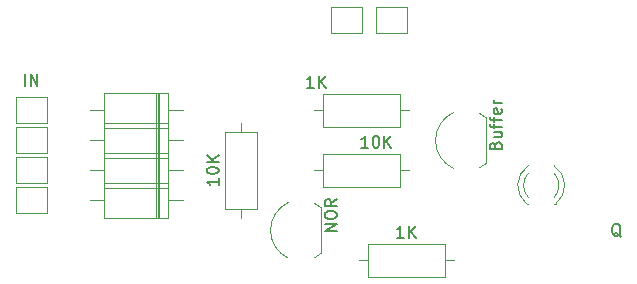
<source format=gbr>
%TF.GenerationSoftware,KiCad,Pcbnew,7.0.8*%
%TF.CreationDate,2023-10-09T16:50:42-07:00*%
%TF.ProjectId,decoder_part,6465636f-6465-4725-9f70-6172742e6b69,rev?*%
%TF.SameCoordinates,Original*%
%TF.FileFunction,Legend,Top*%
%TF.FilePolarity,Positive*%
%FSLAX46Y46*%
G04 Gerber Fmt 4.6, Leading zero omitted, Abs format (unit mm)*
G04 Created by KiCad (PCBNEW 7.0.8) date 2023-10-09 16:50:42*
%MOMM*%
%LPD*%
G01*
G04 APERTURE LIST*
%ADD10C,0.150000*%
%ADD11C,0.120000*%
G04 APERTURE END LIST*
D10*
X96900952Y-61510057D02*
X96805714Y-61462438D01*
X96805714Y-61462438D02*
X96710476Y-61367200D01*
X96710476Y-61367200D02*
X96567619Y-61224342D01*
X96567619Y-61224342D02*
X96472381Y-61176723D01*
X96472381Y-61176723D02*
X96377143Y-61176723D01*
X96424762Y-61414819D02*
X96329524Y-61367200D01*
X96329524Y-61367200D02*
X96234286Y-61271961D01*
X96234286Y-61271961D02*
X96186667Y-61081485D01*
X96186667Y-61081485D02*
X96186667Y-60748152D01*
X96186667Y-60748152D02*
X96234286Y-60557676D01*
X96234286Y-60557676D02*
X96329524Y-60462438D01*
X96329524Y-60462438D02*
X96424762Y-60414819D01*
X96424762Y-60414819D02*
X96615238Y-60414819D01*
X96615238Y-60414819D02*
X96710476Y-60462438D01*
X96710476Y-60462438D02*
X96805714Y-60557676D01*
X96805714Y-60557676D02*
X96853333Y-60748152D01*
X96853333Y-60748152D02*
X96853333Y-61081485D01*
X96853333Y-61081485D02*
X96805714Y-61271961D01*
X96805714Y-61271961D02*
X96710476Y-61367200D01*
X96710476Y-61367200D02*
X96615238Y-61414819D01*
X96615238Y-61414819D02*
X96424762Y-61414819D01*
X46466191Y-48714819D02*
X46466191Y-47714819D01*
X46942381Y-48714819D02*
X46942381Y-47714819D01*
X46942381Y-47714819D02*
X47513809Y-48714819D01*
X47513809Y-48714819D02*
X47513809Y-47714819D01*
X78525714Y-61584819D02*
X77954286Y-61584819D01*
X78240000Y-61584819D02*
X78240000Y-60584819D01*
X78240000Y-60584819D02*
X78144762Y-60727676D01*
X78144762Y-60727676D02*
X78049524Y-60822914D01*
X78049524Y-60822914D02*
X77954286Y-60870533D01*
X78954286Y-61584819D02*
X78954286Y-60584819D01*
X79525714Y-61584819D02*
X79097143Y-61013390D01*
X79525714Y-60584819D02*
X78954286Y-61156247D01*
X72844819Y-60999523D02*
X71844819Y-60999523D01*
X71844819Y-60999523D02*
X72844819Y-60428095D01*
X72844819Y-60428095D02*
X71844819Y-60428095D01*
X71844819Y-59761428D02*
X71844819Y-59570952D01*
X71844819Y-59570952D02*
X71892438Y-59475714D01*
X71892438Y-59475714D02*
X71987676Y-59380476D01*
X71987676Y-59380476D02*
X72178152Y-59332857D01*
X72178152Y-59332857D02*
X72511485Y-59332857D01*
X72511485Y-59332857D02*
X72701961Y-59380476D01*
X72701961Y-59380476D02*
X72797200Y-59475714D01*
X72797200Y-59475714D02*
X72844819Y-59570952D01*
X72844819Y-59570952D02*
X72844819Y-59761428D01*
X72844819Y-59761428D02*
X72797200Y-59856666D01*
X72797200Y-59856666D02*
X72701961Y-59951904D01*
X72701961Y-59951904D02*
X72511485Y-59999523D01*
X72511485Y-59999523D02*
X72178152Y-59999523D01*
X72178152Y-59999523D02*
X71987676Y-59951904D01*
X71987676Y-59951904D02*
X71892438Y-59856666D01*
X71892438Y-59856666D02*
X71844819Y-59761428D01*
X72844819Y-58332857D02*
X72368628Y-58666190D01*
X72844819Y-58904285D02*
X71844819Y-58904285D01*
X71844819Y-58904285D02*
X71844819Y-58523333D01*
X71844819Y-58523333D02*
X71892438Y-58428095D01*
X71892438Y-58428095D02*
X71940057Y-58380476D01*
X71940057Y-58380476D02*
X72035295Y-58332857D01*
X72035295Y-58332857D02*
X72178152Y-58332857D01*
X72178152Y-58332857D02*
X72273390Y-58380476D01*
X72273390Y-58380476D02*
X72321009Y-58428095D01*
X72321009Y-58428095D02*
X72368628Y-58523333D01*
X72368628Y-58523333D02*
X72368628Y-58904285D01*
X75509523Y-53964819D02*
X74938095Y-53964819D01*
X75223809Y-53964819D02*
X75223809Y-52964819D01*
X75223809Y-52964819D02*
X75128571Y-53107676D01*
X75128571Y-53107676D02*
X75033333Y-53202914D01*
X75033333Y-53202914D02*
X74938095Y-53250533D01*
X76128571Y-52964819D02*
X76223809Y-52964819D01*
X76223809Y-52964819D02*
X76319047Y-53012438D01*
X76319047Y-53012438D02*
X76366666Y-53060057D01*
X76366666Y-53060057D02*
X76414285Y-53155295D01*
X76414285Y-53155295D02*
X76461904Y-53345771D01*
X76461904Y-53345771D02*
X76461904Y-53583866D01*
X76461904Y-53583866D02*
X76414285Y-53774342D01*
X76414285Y-53774342D02*
X76366666Y-53869580D01*
X76366666Y-53869580D02*
X76319047Y-53917200D01*
X76319047Y-53917200D02*
X76223809Y-53964819D01*
X76223809Y-53964819D02*
X76128571Y-53964819D01*
X76128571Y-53964819D02*
X76033333Y-53917200D01*
X76033333Y-53917200D02*
X75985714Y-53869580D01*
X75985714Y-53869580D02*
X75938095Y-53774342D01*
X75938095Y-53774342D02*
X75890476Y-53583866D01*
X75890476Y-53583866D02*
X75890476Y-53345771D01*
X75890476Y-53345771D02*
X75938095Y-53155295D01*
X75938095Y-53155295D02*
X75985714Y-53060057D01*
X75985714Y-53060057D02*
X76033333Y-53012438D01*
X76033333Y-53012438D02*
X76128571Y-52964819D01*
X76890476Y-53964819D02*
X76890476Y-52964819D01*
X77461904Y-53964819D02*
X77033333Y-53393390D01*
X77461904Y-52964819D02*
X76890476Y-53536247D01*
X62854819Y-56570476D02*
X62854819Y-57141904D01*
X62854819Y-56856190D02*
X61854819Y-56856190D01*
X61854819Y-56856190D02*
X61997676Y-56951428D01*
X61997676Y-56951428D02*
X62092914Y-57046666D01*
X62092914Y-57046666D02*
X62140533Y-57141904D01*
X61854819Y-55951428D02*
X61854819Y-55856190D01*
X61854819Y-55856190D02*
X61902438Y-55760952D01*
X61902438Y-55760952D02*
X61950057Y-55713333D01*
X61950057Y-55713333D02*
X62045295Y-55665714D01*
X62045295Y-55665714D02*
X62235771Y-55618095D01*
X62235771Y-55618095D02*
X62473866Y-55618095D01*
X62473866Y-55618095D02*
X62664342Y-55665714D01*
X62664342Y-55665714D02*
X62759580Y-55713333D01*
X62759580Y-55713333D02*
X62807200Y-55760952D01*
X62807200Y-55760952D02*
X62854819Y-55856190D01*
X62854819Y-55856190D02*
X62854819Y-55951428D01*
X62854819Y-55951428D02*
X62807200Y-56046666D01*
X62807200Y-56046666D02*
X62759580Y-56094285D01*
X62759580Y-56094285D02*
X62664342Y-56141904D01*
X62664342Y-56141904D02*
X62473866Y-56189523D01*
X62473866Y-56189523D02*
X62235771Y-56189523D01*
X62235771Y-56189523D02*
X62045295Y-56141904D01*
X62045295Y-56141904D02*
X61950057Y-56094285D01*
X61950057Y-56094285D02*
X61902438Y-56046666D01*
X61902438Y-56046666D02*
X61854819Y-55951428D01*
X62854819Y-55189523D02*
X61854819Y-55189523D01*
X62854819Y-54618095D02*
X62283390Y-55046666D01*
X61854819Y-54618095D02*
X62426247Y-55189523D01*
X70905714Y-48884819D02*
X70334286Y-48884819D01*
X70620000Y-48884819D02*
X70620000Y-47884819D01*
X70620000Y-47884819D02*
X70524762Y-48027676D01*
X70524762Y-48027676D02*
X70429524Y-48122914D01*
X70429524Y-48122914D02*
X70334286Y-48170533D01*
X71334286Y-48884819D02*
X71334286Y-47884819D01*
X71905714Y-48884819D02*
X71477143Y-48313390D01*
X71905714Y-47884819D02*
X71334286Y-48456247D01*
X86291009Y-53760476D02*
X86338628Y-53617619D01*
X86338628Y-53617619D02*
X86386247Y-53570000D01*
X86386247Y-53570000D02*
X86481485Y-53522381D01*
X86481485Y-53522381D02*
X86624342Y-53522381D01*
X86624342Y-53522381D02*
X86719580Y-53570000D01*
X86719580Y-53570000D02*
X86767200Y-53617619D01*
X86767200Y-53617619D02*
X86814819Y-53712857D01*
X86814819Y-53712857D02*
X86814819Y-54093809D01*
X86814819Y-54093809D02*
X85814819Y-54093809D01*
X85814819Y-54093809D02*
X85814819Y-53760476D01*
X85814819Y-53760476D02*
X85862438Y-53665238D01*
X85862438Y-53665238D02*
X85910057Y-53617619D01*
X85910057Y-53617619D02*
X86005295Y-53570000D01*
X86005295Y-53570000D02*
X86100533Y-53570000D01*
X86100533Y-53570000D02*
X86195771Y-53617619D01*
X86195771Y-53617619D02*
X86243390Y-53665238D01*
X86243390Y-53665238D02*
X86291009Y-53760476D01*
X86291009Y-53760476D02*
X86291009Y-54093809D01*
X86148152Y-52665238D02*
X86814819Y-52665238D01*
X86148152Y-53093809D02*
X86671961Y-53093809D01*
X86671961Y-53093809D02*
X86767200Y-53046190D01*
X86767200Y-53046190D02*
X86814819Y-52950952D01*
X86814819Y-52950952D02*
X86814819Y-52808095D01*
X86814819Y-52808095D02*
X86767200Y-52712857D01*
X86767200Y-52712857D02*
X86719580Y-52665238D01*
X86148152Y-52331904D02*
X86148152Y-51950952D01*
X86814819Y-52189047D02*
X85957676Y-52189047D01*
X85957676Y-52189047D02*
X85862438Y-52141428D01*
X85862438Y-52141428D02*
X85814819Y-52046190D01*
X85814819Y-52046190D02*
X85814819Y-51950952D01*
X86148152Y-51760475D02*
X86148152Y-51379523D01*
X86814819Y-51617618D02*
X85957676Y-51617618D01*
X85957676Y-51617618D02*
X85862438Y-51569999D01*
X85862438Y-51569999D02*
X85814819Y-51474761D01*
X85814819Y-51474761D02*
X85814819Y-51379523D01*
X86767200Y-50665237D02*
X86814819Y-50760475D01*
X86814819Y-50760475D02*
X86814819Y-50950951D01*
X86814819Y-50950951D02*
X86767200Y-51046189D01*
X86767200Y-51046189D02*
X86671961Y-51093808D01*
X86671961Y-51093808D02*
X86291009Y-51093808D01*
X86291009Y-51093808D02*
X86195771Y-51046189D01*
X86195771Y-51046189D02*
X86148152Y-50950951D01*
X86148152Y-50950951D02*
X86148152Y-50760475D01*
X86148152Y-50760475D02*
X86195771Y-50665237D01*
X86195771Y-50665237D02*
X86291009Y-50617618D01*
X86291009Y-50617618D02*
X86386247Y-50617618D01*
X86386247Y-50617618D02*
X86481485Y-51093808D01*
X86814819Y-50189046D02*
X86148152Y-50189046D01*
X86338628Y-50189046D02*
X86243390Y-50141427D01*
X86243390Y-50141427D02*
X86195771Y-50093808D01*
X86195771Y-50093808D02*
X86148152Y-49998570D01*
X86148152Y-49998570D02*
X86148152Y-49903332D01*
D11*
%TO.C,1K*%
X82780000Y-63500000D02*
X82010000Y-63500000D01*
X82010000Y-64870000D02*
X82010000Y-62130000D01*
X82010000Y-62130000D02*
X75470000Y-62130000D01*
X75470000Y-64870000D02*
X82010000Y-64870000D01*
X75470000Y-62130000D02*
X75470000Y-64870000D01*
X74700000Y-63500000D02*
X75470000Y-63500000D01*
%TO.C,5V*%
X76170000Y-42080000D02*
X76170000Y-43780000D01*
X76170000Y-43780000D02*
X76170000Y-44280000D01*
X76170000Y-44280000D02*
X78770000Y-44280000D01*
X78770000Y-42080000D02*
X76170000Y-42080000D01*
X78770000Y-44280000D02*
X78770000Y-42080000D01*
%TO.C,IN*%
X45690000Y-54780000D02*
X45690000Y-56480000D01*
X45690000Y-56480000D02*
X45690000Y-56980000D01*
X45690000Y-56980000D02*
X48290000Y-56980000D01*
X48290000Y-54780000D02*
X45690000Y-54780000D01*
X48290000Y-56980000D02*
X48290000Y-54780000D01*
%TO.C,NOR*%
X71550000Y-62900000D02*
X71550000Y-59050000D01*
X67250001Y-60960000D02*
G75*
G03*
X68751193Y-63316399I2599999J0D01*
G01*
X70972045Y-63282631D02*
G75*
G03*
X71550000Y-62900000I-1122045J2322631D01*
G01*
X68751193Y-58603600D02*
G75*
G03*
X67250000Y-60960000I1098807J-2356400D01*
G01*
X71549999Y-59050001D02*
G75*
G03*
X70962264Y-58657618I-1699999J-1909999D01*
G01*
%TO.C,10K*%
X70890000Y-55880000D02*
X71660000Y-55880000D01*
X71660000Y-54510000D02*
X71660000Y-57250000D01*
X71660000Y-57250000D02*
X78200000Y-57250000D01*
X78200000Y-54510000D02*
X71660000Y-54510000D01*
X78200000Y-57250000D02*
X78200000Y-54510000D01*
X78970000Y-55880000D02*
X78200000Y-55880000D01*
X64770000Y-59920000D02*
X64770000Y-59150000D01*
X63400000Y-59150000D02*
X66140000Y-59150000D01*
X66140000Y-59150000D02*
X66140000Y-52610000D01*
X63400000Y-52610000D02*
X63400000Y-59150000D01*
X66140000Y-52610000D02*
X63400000Y-52610000D01*
X64770000Y-51840000D02*
X64770000Y-52610000D01*
%TO.C,REF\u002A\u002A*%
X88934000Y-58710000D02*
X89090000Y-58710000D01*
X91250000Y-58710000D02*
X91406000Y-58710000D01*
X89091392Y-55477666D02*
G75*
G03*
X88934485Y-58709999I1078608J-1672334D01*
G01*
X89090164Y-56108871D02*
G75*
G03*
X89090001Y-58190960I1079836J-1041129D01*
G01*
X91249999Y-58190960D02*
G75*
G03*
X91249836Y-56108871I-1079999J1040960D01*
G01*
X91405515Y-58709999D02*
G75*
G03*
X91248608Y-55477666I-1235515J1559999D01*
G01*
%TO.C,1K*%
X70890000Y-50800000D02*
X71660000Y-50800000D01*
X71660000Y-49430000D02*
X71660000Y-52170000D01*
X71660000Y-52170000D02*
X78200000Y-52170000D01*
X78200000Y-49430000D02*
X71660000Y-49430000D01*
X78200000Y-52170000D02*
X78200000Y-49430000D01*
X78970000Y-50800000D02*
X78200000Y-50800000D01*
%TO.C,IN*%
X45690000Y-52240000D02*
X45690000Y-53940000D01*
X45690000Y-53940000D02*
X45690000Y-54440000D01*
X45690000Y-54440000D02*
X48290000Y-54440000D01*
X48290000Y-52240000D02*
X45690000Y-52240000D01*
X48290000Y-54440000D02*
X48290000Y-52240000D01*
%TO.C,*%
X59820000Y-50800000D02*
X58600000Y-50800000D01*
X58600000Y-52270000D02*
X58600000Y-49330000D01*
X58600000Y-49330000D02*
X53160000Y-49330000D01*
X57820000Y-52270000D02*
X57820000Y-49330000D01*
X57700000Y-52270000D02*
X57700000Y-49330000D01*
X57580000Y-52270000D02*
X57580000Y-49330000D01*
X53160000Y-52270000D02*
X58600000Y-52270000D01*
X53160000Y-49330000D02*
X53160000Y-52270000D01*
X51940000Y-50800000D02*
X53160000Y-50800000D01*
X59820000Y-53340000D02*
X58600000Y-53340000D01*
X58600000Y-54810000D02*
X58600000Y-51870000D01*
X58600000Y-51870000D02*
X53160000Y-51870000D01*
X57820000Y-54810000D02*
X57820000Y-51870000D01*
X57700000Y-54810000D02*
X57700000Y-51870000D01*
X57580000Y-54810000D02*
X57580000Y-51870000D01*
X53160000Y-54810000D02*
X58600000Y-54810000D01*
X53160000Y-51870000D02*
X53160000Y-54810000D01*
X51940000Y-53340000D02*
X53160000Y-53340000D01*
X59820000Y-58420000D02*
X58600000Y-58420000D01*
X58600000Y-59890000D02*
X58600000Y-56950000D01*
X58600000Y-56950000D02*
X53160000Y-56950000D01*
X57820000Y-59890000D02*
X57820000Y-56950000D01*
X57700000Y-59890000D02*
X57700000Y-56950000D01*
X57580000Y-59890000D02*
X57580000Y-56950000D01*
X53160000Y-59890000D02*
X58600000Y-59890000D01*
X53160000Y-56950000D02*
X53160000Y-59890000D01*
X51940000Y-58420000D02*
X53160000Y-58420000D01*
%TO.C,Buffer*%
X85520000Y-55290000D02*
X85520000Y-51440000D01*
X81220001Y-53350000D02*
G75*
G03*
X82721193Y-55706399I2599999J0D01*
G01*
X84942045Y-55672631D02*
G75*
G03*
X85520000Y-55290000I-1122045J2322631D01*
G01*
X82721193Y-50993600D02*
G75*
G03*
X81220000Y-53350000I1098807J-2356400D01*
G01*
X85519999Y-51440001D02*
G75*
G03*
X84932264Y-51047618I-1699999J-1909999D01*
G01*
%TO.C,GND*%
X72360000Y-42080000D02*
X72360000Y-43780000D01*
X72360000Y-43780000D02*
X72360000Y-44280000D01*
X72360000Y-44280000D02*
X74960000Y-44280000D01*
X74960000Y-42080000D02*
X72360000Y-42080000D01*
X74960000Y-44280000D02*
X74960000Y-42080000D01*
%TO.C,*%
X59820000Y-55880000D02*
X58600000Y-55880000D01*
X58600000Y-57350000D02*
X58600000Y-54410000D01*
X58600000Y-54410000D02*
X53160000Y-54410000D01*
X57820000Y-57350000D02*
X57820000Y-54410000D01*
X57700000Y-57350000D02*
X57700000Y-54410000D01*
X57580000Y-57350000D02*
X57580000Y-54410000D01*
X53160000Y-57350000D02*
X58600000Y-57350000D01*
X53160000Y-54410000D02*
X53160000Y-57350000D01*
X51940000Y-55880000D02*
X53160000Y-55880000D01*
%TO.C,IN*%
X45690000Y-57320000D02*
X45690000Y-59020000D01*
X45690000Y-59020000D02*
X45690000Y-59520000D01*
X45690000Y-59520000D02*
X48290000Y-59520000D01*
X48290000Y-57320000D02*
X45690000Y-57320000D01*
X48290000Y-59520000D02*
X48290000Y-57320000D01*
X45690000Y-49700000D02*
X45690000Y-51400000D01*
X45690000Y-51400000D02*
X45690000Y-51900000D01*
X45690000Y-51900000D02*
X48290000Y-51900000D01*
X48290000Y-49700000D02*
X45690000Y-49700000D01*
X48290000Y-51900000D02*
X48290000Y-49700000D01*
%TD*%
M02*

</source>
